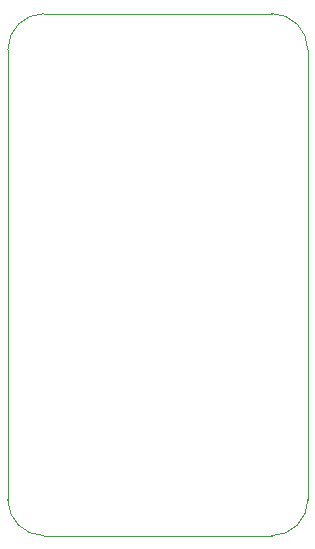
<source format=gbr>
%TF.GenerationSoftware,KiCad,Pcbnew,(5.1.9)-1*%
%TF.CreationDate,2021-11-17T21:41:55-08:00*%
%TF.ProjectId,MCL-102 Bridge,4d434c2d-3130-4322-9042-72696467652e,rev?*%
%TF.SameCoordinates,Original*%
%TF.FileFunction,Profile,NP*%
%FSLAX46Y46*%
G04 Gerber Fmt 4.6, Leading zero omitted, Abs format (unit mm)*
G04 Created by KiCad (PCBNEW (5.1.9)-1) date 2021-11-17 21:41:55*
%MOMM*%
%LPD*%
G01*
G04 APERTURE LIST*
%TA.AperFunction,Profile*%
%ADD10C,0.050000*%
%TD*%
G04 APERTURE END LIST*
D10*
X127000000Y-85852000D02*
G75*
G02*
X130048000Y-82804000I3048000J0D01*
G01*
X149352000Y-82804000D02*
G75*
G02*
X152400000Y-85852000I0J-3048000D01*
G01*
X152400000Y-123952000D02*
G75*
G02*
X149352000Y-127000000I-3048000J0D01*
G01*
X130048000Y-127000000D02*
G75*
G02*
X127000000Y-123952000I0J3048000D01*
G01*
X127000000Y-123952000D02*
X127000000Y-85852000D01*
X149352000Y-127000000D02*
X130048000Y-127000000D01*
X152400000Y-85852000D02*
X152400000Y-123952000D01*
X130048000Y-82804000D02*
X149352000Y-82804000D01*
M02*

</source>
